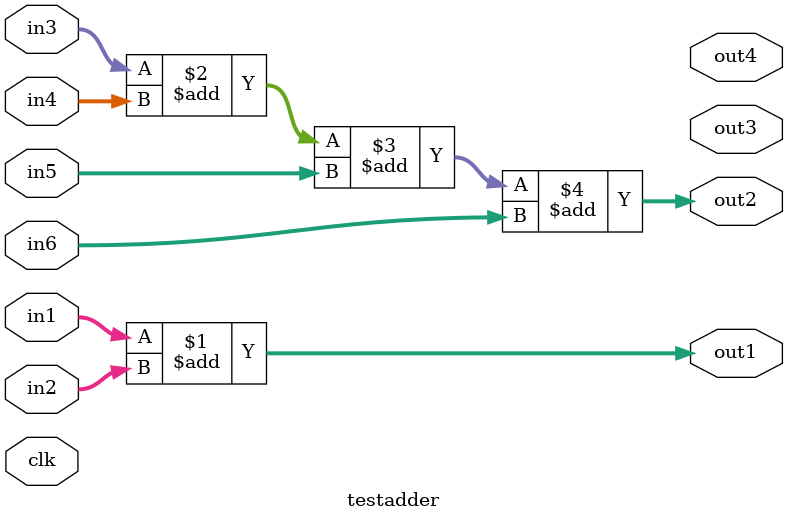
<source format=v>
module testadder(
    input clk,
    input [9:0] in1,
    input [9:0] in2,
    input [9:0] in3,
    input [9:0] in4,
    input [9:0] in5,
    input [9:0] in6,
    output [9:0] out3,
    output [9:0] out4,
    output [9:0] out1 , 
    output [9:0] out2
);
    // assign out3 = in1+in2;
    // assign out4 = in1+in3;
    // wire [9:0] tmp1 , tmp2 , tmp3 , tmp4 , tmp5;
    

    // assign {tmp1 , tmp2 , tmp3 , tmp4 , tmp5} = {in1,in2,in3,in4,in1};
    // assign out1 = tmp1 + tmp2 + tmp4 + tmp3;
    assign out1 = in1 + in2;
    // adder_bits u_adder(
    //     .in1(tmp1) , 
    //     .in2(tmp2) ,
    //     .sum(out2)
    // );
    assign out2 = in3 + in4 + in5 + in6;
    
endmodule
</source>
